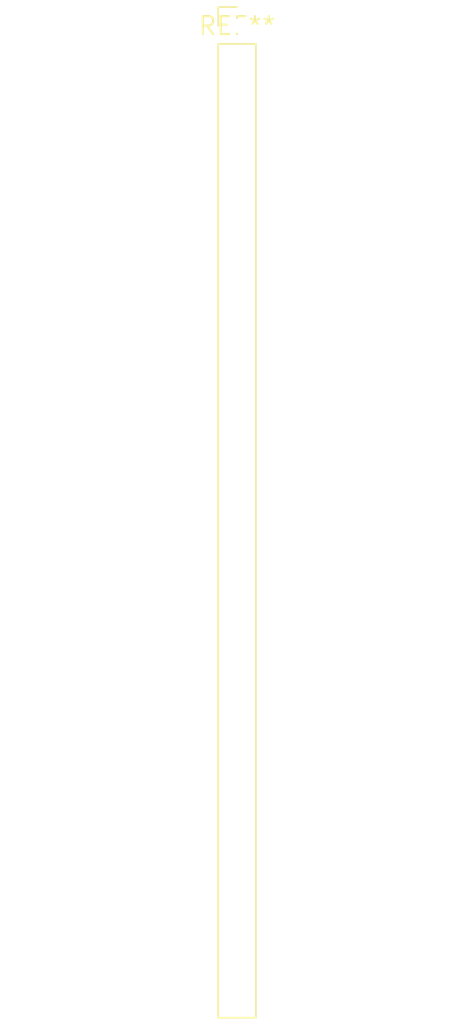
<source format=kicad_pcb>
(kicad_pcb (version 20240108) (generator pcbnew)
  (layers (0 "F.Cu" signal) (31 "B.Cu" signal) (34 "B.Paste" user) (35 "F.Paste" user) (36 "B.SilkS" user "B.Silkscreen") (37 "F.SilkS" user "F.Silkscreen") (38 "B.Mask" user) (39 "F.Mask" user) (44 "Edge.Cuts" user))
  (net 0 "")
  (footprint "PinHeader_1x28_P2.54mm_Vertical" (layer "F.Cu") (at 0 0)
    (property "Reference" "REF**")
    (property "Value" "PinHeader_1x28_P2.54mm_Vertical")
    (fp_line (start -1.33 -1.33) (end 0 -1.33) (layer "F.SilkS") (stroke (width 0.12)))
    (fp_line (start -1.33 0) (end -1.33 -1.33) (layer "F.SilkS") (stroke (width 0.12)))
    (fp_line (start -1.33 1.27) (end -1.33 69.91) (layer "F.SilkS") (stroke (width 0.12)))
    (fp_line (start -1.33 1.27) (end 1.33 1.27) (layer "F.SilkS") (stroke (width 0.12)))
    (fp_line (start -1.33 69.91) (end 1.33 69.91) (layer "F.SilkS") (stroke (width 0.12)))
    (fp_line (start 1.33 1.27) (end 1.33 69.91) (layer "F.SilkS") (stroke (width 0.12)))
    (pad "1" thru_hole rect (at 0 0) (size 1.7 1.7) (drill 1) (layers *.Cu *.Mask) (remove_unused_layers))
    (pad "2" thru_hole oval (at 0 2.54) (size 1.7 1.7) (drill 1) (layers *.Cu *.Mask) (remove_unused_layers))
    (pad "3" thru_hole oval (at 0 5.08) (size 1.7 1.7) (drill 1) (layers *.Cu *.Mask) (remove_unused_layers))
    (pad "4" thru_hole oval (at 0 7.62) (size 1.7 1.7) (drill 1) (layers *.Cu *.Mask) (remove_unused_layers))
    (pad "5" thru_hole oval (at 0 10.16) (size 1.7 1.7) (drill 1) (layers *.Cu *.Mask) (remove_unused_layers))
    (pad "6" thru_hole oval (at 0 12.7) (size 1.7 1.7) (drill 1) (layers *.Cu *.Mask) (remove_unused_layers))
    (pad "7" thru_hole oval (at 0 15.24) (size 1.7 1.7) (drill 1) (layers *.Cu *.Mask) (remove_unused_layers))
    (pad "8" thru_hole oval (at 0 17.78) (size 1.7 1.7) (drill 1) (layers *.Cu *.Mask) (remove_unused_layers))
    (pad "9" thru_hole oval (at 0 20.32) (size 1.7 1.7) (drill 1) (layers *.Cu *.Mask) (remove_unused_layers))
    (pad "10" thru_hole oval (at 0 22.86) (size 1.7 1.7) (drill 1) (layers *.Cu *.Mask) (remove_unused_layers))
    (pad "11" thru_hole oval (at 0 25.4) (size 1.7 1.7) (drill 1) (layers *.Cu *.Mask) (remove_unused_layers))
    (pad "12" thru_hole oval (at 0 27.94) (size 1.7 1.7) (drill 1) (layers *.Cu *.Mask) (remove_unused_layers))
    (pad "13" thru_hole oval (at 0 30.48) (size 1.7 1.7) (drill 1) (layers *.Cu *.Mask) (remove_unused_layers))
    (pad "14" thru_hole oval (at 0 33.02) (size 1.7 1.7) (drill 1) (layers *.Cu *.Mask) (remove_unused_layers))
    (pad "15" thru_hole oval (at 0 35.56) (size 1.7 1.7) (drill 1) (layers *.Cu *.Mask) (remove_unused_layers))
    (pad "16" thru_hole oval (at 0 38.1) (size 1.7 1.7) (drill 1) (layers *.Cu *.Mask) (remove_unused_layers))
    (pad "17" thru_hole oval (at 0 40.64) (size 1.7 1.7) (drill 1) (layers *.Cu *.Mask) (remove_unused_layers))
    (pad "18" thru_hole oval (at 0 43.18) (size 1.7 1.7) (drill 1) (layers *.Cu *.Mask) (remove_unused_layers))
    (pad "19" thru_hole oval (at 0 45.72) (size 1.7 1.7) (drill 1) (layers *.Cu *.Mask) (remove_unused_layers))
    (pad "20" thru_hole oval (at 0 48.26) (size 1.7 1.7) (drill 1) (layers *.Cu *.Mask) (remove_unused_layers))
    (pad "21" thru_hole oval (at 0 50.8) (size 1.7 1.7) (drill 1) (layers *.Cu *.Mask) (remove_unused_layers))
    (pad "22" thru_hole oval (at 0 53.34) (size 1.7 1.7) (drill 1) (layers *.Cu *.Mask) (remove_unused_layers))
    (pad "23" thru_hole oval (at 0 55.88) (size 1.7 1.7) (drill 1) (layers *.Cu *.Mask) (remove_unused_layers))
    (pad "24" thru_hole oval (at 0 58.42) (size 1.7 1.7) (drill 1) (layers *.Cu *.Mask) (remove_unused_layers))
    (pad "25" thru_hole oval (at 0 60.96) (size 1.7 1.7) (drill 1) (layers *.Cu *.Mask) (remove_unused_layers))
    (pad "26" thru_hole oval (at 0 63.5) (size 1.7 1.7) (drill 1) (layers *.Cu *.Mask) (remove_unused_layers))
    (pad "27" thru_hole oval (at 0 66.04) (size 1.7 1.7) (drill 1) (layers *.Cu *.Mask) (remove_unused_layers))
    (pad "28" thru_hole oval (at 0 68.58) (size 1.7 1.7) (drill 1) (layers *.Cu *.Mask) (remove_unused_layers))
  )
)
</source>
